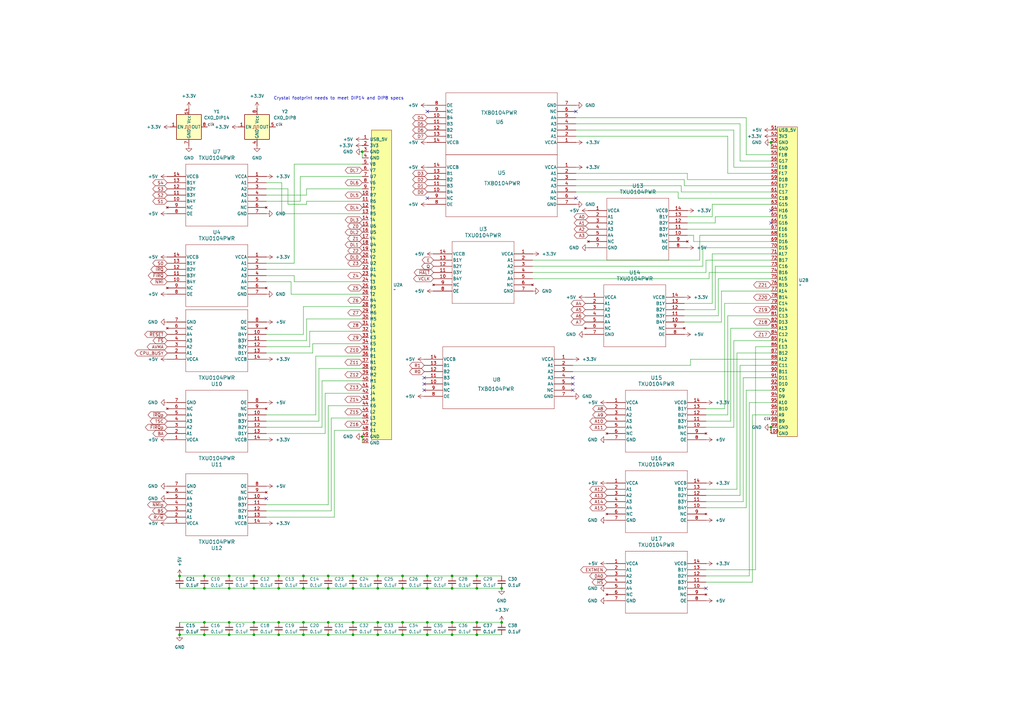
<source format=kicad_sch>
(kicad_sch (version 20231120) (generator "eeschema") (generator_version "8.0")
  (paper "A3")
  (junction (at 144.78 241.3))
  (junction (at 165.1 241.3))
  (junction (at 104.14 255.27))
  (junction (at 148.59 62.23))
  (junction (at 144.78 255.27))
  (junction (at 316.23 58.42))
  (junction (at 185.42 241.3))
  (junction (at 114.3 260.35))
  (junction (at 83.82 255.27))
  (junction (at 124.46 260.35))
  (junction (at 148.59 179.07))
  (junction (at 124.46 236.22))
  (junction (at 93.98 260.35))
  (junction (at 104.14 260.35))
  (junction (at 165.1 260.35))
  (junction (at 195.58 236.22))
  (junction (at 185.42 255.27))
  (junction (at 134.62 236.22))
  (junction (at 154.94 241.3))
  (junction (at 83.82 241.3))
  (junction (at 154.94 236.22))
  (junction (at 93.98 255.27))
  (junction (at 114.3 255.27))
  (junction (at 104.14 241.3))
  (junction (at 134.62 255.27))
  (junction (at 93.98 236.22))
  (junction (at 165.1 236.22))
  (junction (at 134.62 260.35))
  (junction (at 114.3 236.22))
  (junction (at 83.82 260.35))
  (junction (at 124.46 255.27))
  (junction (at 195.58 260.35))
  (junction (at 195.58 255.27))
  (junction (at 154.94 260.35))
  (junction (at 104.14 236.22))
  (junction (at 185.42 260.35))
  (junction (at 175.26 255.27))
  (junction (at 83.82 236.22))
  (junction (at 144.78 260.35))
  (junction (at 73.66 236.22))
  (junction (at 175.26 241.3))
  (junction (at 93.98 241.3))
  (junction (at 73.66 260.35))
  (junction (at 205.74 241.3))
  (junction (at 154.94 255.27))
  (junction (at 144.78 236.22))
  (junction (at 185.42 236.22))
  (junction (at 165.1 255.27))
  (junction (at 134.62 241.3))
  (junction (at 195.58 241.3))
  (junction (at 114.3 241.3))
  (junction (at 175.26 260.35))
  (junction (at 316.23 175.26))
  (junction (at 205.74 255.27))
  (junction (at 175.26 236.22))
  (junction (at 124.46 241.3))
  (no_connect (at 173.99 154.94))
  (no_connect (at 175.26 81.28))
  (no_connect (at 234.95 157.48))
  (no_connect (at 236.22 81.28))
  (no_connect (at -15.24 156.21))
  (no_connect (at 234.95 154.94))
  (no_connect (at -27.94 135.89))
  (no_connect (at -15.24 151.13))
  (no_connect (at -27.94 138.43))
  (no_connect (at 316.23 86.36))
  (no_connect (at -27.94 166.37))
  (no_connect (at -27.94 156.21))
  (no_connect (at 316.23 91.44))
  (no_connect (at -27.94 158.75))
  (no_connect (at 175.26 45.72))
  (no_connect (at -15.24 158.75))
  (no_connect (at 236.22 45.72))
  (no_connect (at 234.95 160.02))
  (no_connect (at 173.99 160.02))
  (no_connect (at 173.99 157.48))
  (no_connect (at -15.24 153.67))
  (no_connect (at -27.94 153.67))
  (no_connect (at -27.94 140.97))
  (no_connect (at -27.94 148.59))
  (no_connect (at 109.22 204.47))
  (no_connect (at 289.56 241.3))
  (wire (pts (xy 297.18 167.64) (xy 297.18 124.46)))
  (wire (pts (xy 289.56 236.22) (xy 307.34 236.22)))
  (wire (pts (xy 290.83 111.76) (xy 316.23 111.76)))
  (wire (pts (xy 73.66 241.3) (xy 83.82 241.3)))
  (wire (pts (xy 309.88 233.68) (xy 309.88 142.24)))
  (wire (pts (xy 218.44 111.76) (xy 289.56 111.76)))
  (wire (pts (xy 236.22 71.12) (xy 281.94 71.12)))
  (wire (pts (xy 308.61 238.76) (xy 308.61 170.18)))
  (wire (pts (xy 125.73 130.81) (xy 148.59 130.81)))
  (wire (pts (xy 298.45 129.54) (xy 316.23 129.54)))
  (wire (pts (xy 278.13 81.28) (xy 316.23 81.28)))
  (wire (pts (xy 293.37 127) (xy 293.37 109.22)))
  (wire (pts (xy 132.08 156.21) (xy 148.59 156.21)))
  (wire (pts (xy 93.98 255.27) (xy 104.14 255.27)))
  (wire (pts (xy 109.22 142.24) (xy 127 142.24)))
  (wire (pts (xy 302.26 200.66) (xy 302.26 144.78)))
  (wire (pts (xy 109.22 74.93) (xy 115.57 74.93)))
  (wire (pts (xy 289.56 172.72) (xy 299.72 172.72)))
  (wire (pts (xy 118.11 77.47) (xy 118.11 83.82)))
  (wire (pts (xy 83.82 255.27) (xy 93.98 255.27)))
  (wire (pts (xy 280.67 124.46) (xy 292.1 124.46)))
  (wire (pts (xy 299.72 134.62) (xy 316.23 134.62)))
  (wire (pts (xy 118.11 83.82) (xy 125.73 83.82)))
  (wire (pts (xy 144.78 260.35) (xy 154.94 260.35)))
  (wire (pts (xy 123.19 72.39) (xy 148.59 72.39)))
  (wire (pts (xy 128.27 144.78) (xy 128.27 140.97)))
  (wire (pts (xy 292.1 88.9) (xy 292.1 83.82)))
  (wire (pts (xy 124.46 137.16) (xy 124.46 125.73)))
  (wire (pts (xy 175.26 241.3) (xy 165.1 241.3)))
  (wire (pts (xy 306.07 48.26) (xy 306.07 63.5)))
  (wire (pts (xy 130.81 151.13) (xy 148.59 151.13)))
  (wire (pts (xy 309.88 142.24) (xy 316.23 142.24)))
  (wire (pts (xy 306.07 208.28) (xy 306.07 160.02)))
  (wire (pts (xy 303.53 50.8) (xy 236.22 50.8)))
  (wire (pts (xy 295.91 132.08) (xy 295.91 119.38)))
  (wire (pts (xy 280.67 127) (xy 293.37 127)))
  (wire (pts (xy 284.48 99.06) (xy 316.23 99.06)))
  (wire (pts (xy 298.45 55.88) (xy 298.45 71.12)))
  (wire (pts (xy 144.78 241.3) (xy 134.62 241.3)))
  (wire (pts (xy 185.42 260.35) (xy 195.58 260.35)))
  (wire (pts (xy 307.34 165.1) (xy 316.23 165.1)))
  (wire (pts (xy 316.23 175.26) (xy 316.23 177.8)))
  (wire (pts (xy 109.22 172.72) (xy 130.81 172.72)))
  (wire (pts (xy 185.42 236.22) (xy 195.58 236.22)))
  (wire (pts (xy 73.66 236.22) (xy 83.82 236.22)))
  (wire (pts (xy 134.62 207.01) (xy 134.62 166.37)))
  (wire (pts (xy 279.4 78.74) (xy 316.23 78.74)))
  (wire (pts (xy 125.73 80.01) (xy 125.73 77.47)))
  (wire (pts (xy 127 135.89) (xy 148.59 135.89)))
  (wire (pts (xy 293.37 88.9) (xy 316.23 88.9)))
  (wire (pts (xy 292.1 104.14) (xy 292.1 124.46)))
  (wire (pts (xy 303.53 66.04) (xy 316.23 66.04)))
  (wire (pts (xy 154.94 236.22) (xy 165.1 236.22)))
  (wire (pts (xy 165.1 255.27) (xy 154.94 255.27)))
  (wire (pts (xy 297.18 124.46) (xy 316.23 124.46)))
  (wire (pts (xy 73.66 260.35) (xy 83.82 260.35)))
  (wire (pts (xy 234.95 149.86) (xy 283.21 149.86)))
  (wire (pts (xy 293.37 91.44) (xy 293.37 88.9)))
  (wire (pts (xy 109.22 212.09) (xy 137.16 212.09)))
  (wire (pts (xy 119.38 115.57) (xy 119.38 120.65)))
  (wire (pts (xy 280.67 73.66) (xy 280.67 76.2)))
  (wire (pts (xy 294.64 129.54) (xy 294.64 114.3)))
  (wire (pts (xy 283.21 149.86) (xy 283.21 147.32)))
  (wire (pts (xy 134.62 260.35) (xy 144.78 260.35)))
  (wire (pts (xy 280.67 132.08) (xy 295.91 132.08)))
  (wire (pts (xy 289.56 208.28) (xy 306.07 208.28)))
  (wire (pts (xy 127 142.24) (xy 127 135.89)))
  (wire (pts (xy 114.3 260.35) (xy 124.46 260.35)))
  (wire (pts (xy 287.02 106.68) (xy 287.02 96.52)))
  (wire (pts (xy 236.22 73.66) (xy 280.67 73.66)))
  (wire (pts (xy 306.07 63.5) (xy 316.23 63.5)))
  (wire (pts (xy 93.98 260.35) (xy 104.14 260.35)))
  (wire (pts (xy 129.54 146.05) (xy 148.59 146.05)))
  (wire (pts (xy 195.58 255.27) (xy 185.42 255.27)))
  (wire (pts (xy 109.22 80.01) (xy 125.73 80.01)))
  (wire (pts (xy 133.35 161.29) (xy 148.59 161.29)))
  (wire (pts (xy 104.14 241.3) (xy 114.3 241.3)))
  (wire (pts (xy 288.29 109.22) (xy 288.29 101.6)))
  (wire (pts (xy 93.98 236.22) (xy 104.14 236.22)))
  (wire (pts (xy 109.22 144.78) (xy 128.27 144.78)))
  (wire (pts (xy 115.57 87.63) (xy 148.59 87.63)))
  (wire (pts (xy 129.54 170.18) (xy 129.54 146.05)))
  (wire (pts (xy 298.45 55.88) (xy 236.22 55.88)))
  (wire (pts (xy 303.53 203.2) (xy 303.53 149.86)))
  (wire (pts (xy 154.94 260.35) (xy 165.1 260.35)))
  (wire (pts (xy 109.22 207.01) (xy 134.62 207.01)))
  (wire (pts (xy 316.23 58.42) (xy 316.23 60.96)))
  (wire (pts (xy 104.14 255.27) (xy 114.3 255.27)))
  (wire (pts (xy 109.22 137.16) (xy 124.46 137.16)))
  (wire (pts (xy 289.56 111.76) (xy 289.56 106.68)))
  (wire (pts (xy 195.58 236.22) (xy 205.74 236.22)))
  (wire (pts (xy 109.22 115.57) (xy 119.38 115.57)))
  (wire (pts (xy 124.46 125.73) (xy 148.59 125.73)))
  (wire (pts (xy 165.1 241.3) (xy 154.94 241.3)))
  (wire (pts (xy 120.65 67.31) (xy 148.59 67.31)))
  (wire (pts (xy 148.59 179.07) (xy 148.59 181.61)))
  (wire (pts (xy 109.22 139.7) (xy 125.73 139.7)))
  (wire (pts (xy 287.02 96.52) (xy 316.23 96.52)))
  (wire (pts (xy 298.45 71.12) (xy 316.23 71.12)))
  (wire (pts (xy 144.78 236.22) (xy 154.94 236.22)))
  (wire (pts (xy 120.65 113.03) (xy 120.65 115.57)))
  (wire (pts (xy 175.26 255.27) (xy 165.1 255.27)))
  (wire (pts (xy 109.22 113.03) (xy 120.65 113.03)))
  (wire (pts (xy 135.89 171.45) (xy 148.59 171.45)))
  (wire (pts (xy 83.82 241.3) (xy 93.98 241.3)))
  (wire (pts (xy 281.94 91.44) (xy 293.37 91.44)))
  (wire (pts (xy 300.99 53.34) (xy 236.22 53.34)))
  (wire (pts (xy 281.94 96.52) (xy 284.48 96.52)))
  (wire (pts (xy 175.26 260.35) (xy 185.42 260.35)))
  (wire (pts (xy 205.74 255.27) (xy 195.58 255.27)))
  (wire (pts (xy 289.56 233.68) (xy 309.88 233.68)))
  (wire (pts (xy 124.46 255.27) (xy 114.3 255.27)))
  (wire (pts (xy 304.8 205.74) (xy 304.8 154.94)))
  (wire (pts (xy 124.46 236.22) (xy 134.62 236.22)))
  (wire (pts (xy 306.07 160.02) (xy 316.23 160.02)))
  (wire (pts (xy 236.22 78.74) (xy 278.13 78.74)))
  (wire (pts (xy 104.14 260.35) (xy 114.3 260.35)))
  (wire (pts (xy 109.22 107.95) (xy 120.65 107.95)))
  (wire (pts (xy 154.94 241.3) (xy 144.78 241.3)))
  (wire (pts (xy 125.73 83.82) (xy 125.73 82.55)))
  (wire (pts (xy 234.95 152.4) (xy 316.23 152.4)))
  (wire (pts (xy 134.62 166.37) (xy 148.59 166.37)))
  (wire (pts (xy 115.57 74.93) (xy 115.57 87.63)))
  (wire (pts (xy 281.94 73.66) (xy 316.23 73.66)))
  (wire (pts (xy 109.22 82.55) (xy 123.19 82.55)))
  (wire (pts (xy 144.78 255.27) (xy 134.62 255.27)))
  (wire (pts (xy 218.44 109.22) (xy 288.29 109.22)))
  (wire (pts (xy 148.59 62.23) (xy 148.59 64.77)))
  (wire (pts (xy 293.37 109.22) (xy 316.23 109.22)))
  (wire (pts (xy 304.8 154.94) (xy 316.23 154.94)))
  (wire (pts (xy 295.91 119.38) (xy 316.23 119.38)))
  (wire (pts (xy 289.56 170.18) (xy 298.45 170.18)))
  (wire (pts (xy 280.67 76.2) (xy 316.23 76.2)))
  (wire (pts (xy 185.42 241.3) (xy 175.26 241.3)))
  (wire (pts (xy 154.94 255.27) (xy 144.78 255.27)))
  (wire (pts (xy 289.56 106.68) (xy 316.23 106.68)))
  (wire (pts (xy 289.56 203.2) (xy 303.53 203.2)))
  (wire (pts (xy 306.07 48.26) (xy 236.22 48.26)))
  (wire (pts (xy 135.89 209.55) (xy 135.89 171.45)))
  (wire (pts (xy 300.99 139.7) (xy 316.23 139.7)))
  (wire (pts (xy 123.19 82.55) (xy 123.19 72.39)))
  (wire (pts (xy 308.61 170.18) (xy 316.23 170.18)))
  (wire (pts (xy 307.34 236.22) (xy 307.34 165.1)))
  (wire (pts (xy 300.99 68.58) (xy 316.23 68.58)))
  (wire (pts (xy 185.42 255.27) (xy 175.26 255.27)))
  (wire (pts (xy 289.56 205.74) (xy 304.8 205.74)))
  (wire (pts (xy 289.56 200.66) (xy 302.26 200.66)))
  (wire (pts (xy 83.82 260.35) (xy 93.98 260.35)))
  (wire (pts (xy 290.83 114.3) (xy 290.83 111.76)))
  (wire (pts (xy 134.62 236.22) (xy 144.78 236.22)))
  (wire (pts (xy 292.1 104.14) (xy 316.23 104.14)))
  (wire (pts (xy 128.27 140.97) (xy 148.59 140.97)))
  (wire (pts (xy 302.26 144.78) (xy 316.23 144.78)))
  (wire (pts (xy 134.62 255.27) (xy 124.46 255.27)))
  (wire (pts (xy 109.22 209.55) (xy 135.89 209.55)))
  (wire (pts (xy 133.35 177.8) (xy 133.35 161.29)))
  (wire (pts (xy 109.22 77.47) (xy 118.11 77.47)))
  (wire (pts (xy 125.73 139.7) (xy 125.73 130.81)))
  (wire (pts (xy 218.44 114.3) (xy 290.83 114.3)))
  (wire (pts (xy 109.22 170.18) (xy 129.54 170.18)))
  (wire (pts (xy 281.94 88.9) (xy 292.1 88.9)))
  (wire (pts (xy 236.22 76.2) (xy 279.4 76.2)))
  (wire (pts (xy 109.22 177.8) (xy 133.35 177.8)))
  (wire (pts (xy 114.3 241.3) (xy 124.46 241.3)))
  (wire (pts (xy 278.13 78.74) (xy 278.13 81.28)))
  (wire (pts (xy 294.64 114.3) (xy 316.23 114.3)))
  (wire (pts (xy 109.22 175.26) (xy 132.08 175.26)))
  (wire (pts (xy 73.66 255.27) (xy 83.82 255.27)))
  (wire (pts (xy 300.99 175.26) (xy 300.99 139.7)))
  (wire (pts (xy 299.72 172.72) (xy 299.72 134.62)))
  (wire (pts (xy 195.58 241.3) (xy 185.42 241.3)))
  (wire (pts (xy 281.94 93.98) (xy 316.23 93.98)))
  (wire (pts (xy 175.26 236.22) (xy 185.42 236.22)))
  (wire (pts (xy 289.56 167.64) (xy 297.18 167.64)))
  (wire (pts (xy 298.45 170.18) (xy 298.45 129.54)))
  (wire (pts (xy 289.56 238.76) (xy 308.61 238.76)))
  (wire (pts (xy 281.94 71.12) (xy 281.94 73.66)))
  (wire (pts (xy 300.99 53.34) (xy 300.99 68.58)))
  (wire (pts (xy 289.56 175.26) (xy 300.99 175.26)))
  (wire (pts (xy 283.21 147.32) (xy 316.23 147.32)))
  (wire (pts (xy 137.16 212.09) (xy 137.16 176.53)))
  (wire (pts (xy 195.58 260.35) (xy 205.74 260.35)))
  (wire (pts (xy 292.1 83.82) (xy 316.23 83.82)))
  (wire (pts (xy 119.38 120.65) (xy 148.59 120.65)))
  (wire (pts (xy 288.29 101.6) (xy 316.23 101.6)))
  (wire (pts (xy 109.22 110.49) (xy 148.59 110.49)))
  (wire (pts (xy 137.16 176.53) (xy 148.59 176.53)))
  (wire (pts (xy 205.74 241.3) (xy 195.58 241.3)))
  (wire (pts (xy 303.53 50.8) (xy 303.53 66.04)))
  (wire (pts (xy 279.4 78.74) (xy 279.4 76.2)))
  (wire (pts (xy 130.81 172.72) (xy 130.81 151.13)))
  (wire (pts (xy 124.46 260.35) (xy 134.62 260.35)))
  (wire (pts (xy 218.44 106.68) (xy 287.02 106.68)))
  (wire (pts (xy 120.65 107.95) (xy 120.65 67.31)))
  (wire (pts (xy 165.1 260.35) (xy 175.26 260.35)))
  (wire (pts (xy 83.82 236.22) (xy 93.98 236.22)))
  (wire (pts (xy 120.65 115.57) (xy 148.59 115.57)))
  (wire (pts (xy 165.1 236.22) (xy 175.26 236.22)))
  (wire (pts (xy 114.3 236.22) (xy 124.46 236.22)))
  (wire (pts (xy 93.98 241.3) (xy 104.14 241.3)))
  (wire (pts (xy 284.48 96.52) (xy 284.48 99.06)))
  (wire (pts (xy 134.62 241.3) (xy 124.46 241.3)))
  (wire (pts (xy 132.08 156.21) (xy 132.08 175.26)))
  (wire (pts (xy 125.73 77.47) (xy 148.59 77.47)))
  (wire (pts (xy 125.73 82.55) (xy 148.59 82.55)))
  (wire (pts (xy 280.67 129.54) (xy 294.64 129.54)))
  (wire (pts (xy 104.14 236.22) (xy 114.3 236.22)))
  (wire (pts (xy 303.53 149.86) (xy 316.23 149.86)))
  (text "Crystal footprint needs to meet DIP14 and DIP8 specs" (at 138.938 40.386 0) (effects (font (size 1.27 1.27))))
  (label "clk" (at 316.23 172.72 180))
  (label "clk" (at 85.09 52.07 0))
  (label "clk" (at 113.03 52.07 0))
  (global_label "S4" (shape bidirectional) (at 68.58 74.93 180) (property "Intersheetrefs" "${INTERSHEET_REFS}" (effects (hide yes))))
  (global_label "BA" (shape bidirectional) (at 68.58 177.8 180) (property "Intersheetrefs" "${INTERSHEET_REFS}" (effects (hide yes))))
  (global_label "S0" (shape bidirectional) (at 68.58 107.95 180) (property "Intersheetrefs" "${INTERSHEET_REFS}" (effects (hide yes))))
  (global_label "P2" (shape bidirectional) (at -27.94 158.75 180) (property "Intersheetrefs" "${INTERSHEET_REFS}" (effects (hide yes))))
  (global_label "Q" (shape bidirectional) (at 177.8 109.22 180) (property "Intersheetrefs" "${INTERSHEET_REFS}" (effects (hide yes))))
  (global_label "Z15" (shape bidirectional) (at 148.59 168.91 180) (property "Intersheetrefs" "${INTERSHEET_REFS}" (effects (hide yes))))
  (global_label "A13" (shape bidirectional) (at 248.92 203.2 180) (property "Intersheetrefs" "${INTERSHEET_REFS}" (effects (hide yes))))
  (global_label "CPU_BUSY" (shape bidirectional) (at 68.58 144.78 180) (property "Intersheetrefs" "${INTERSHEET_REFS}" (effects (hide yes))))
  (global_label "S2" (shape bidirectional) (at 68.58 80.01 180) (property "Intersheetrefs" "${INTERSHEET_REFS}" (effects (hide yes))))
  (global_label "~{RESET}" (shape bidirectional) (at 68.58 137.16 180) (property "Intersheetrefs" "${INTERSHEET_REFS}" (effects (hide yes))))
  (global_label "TSC" (shape bidirectional) (at 68.58 172.72 180) (property "Intersheetrefs" "${INTERSHEET_REFS}" (effects (hide yes))))
  (global_label "A9" (shape bidirectional) (at 248.92 170.18 180) (property "Intersheetrefs" "${INTERSHEET_REFS}" (effects (hide yes))))
  (global_label "Z2" (shape bidirectional) (at 148.59 102.87 180) (property "Intersheetrefs" "${INTERSHEET_REFS}" (effects (hide yes))))
  (global_label "Z21" (shape bidirectional) (at 316.23 116.84 180) (property "Intersheetrefs" "${INTERSHEET_REFS}" (effects (hide yes))))
  (global_label "Z12" (shape bidirectional) (at 148.59 153.67 180) (property "Intersheetrefs" "${INTERSHEET_REFS}" (effects (hide yes))))
  (global_label "DL1" (shape bidirectional) (at 148.59 100.33 180) (property "Intersheetrefs" "${INTERSHEET_REFS}" (effects (hide yes))))
  (global_label "DA0" (shape bidirectional) (at 248.92 236.22 180) (property "Intersheetrefs" "${INTERSHEET_REFS}" (effects (hide yes))))
  (global_label "DL5" (shape bidirectional) (at 148.59 80.01 180) (property "Intersheetrefs" "${INTERSHEET_REFS}" (effects (hide yes))))
  (global_label "AUDIO_L" (shape bidirectional) (at -27.94 135.89 180) (property "Intersheetrefs" "${INTERSHEET_REFS}" (effects (hide yes))))
  (global_label "EAR" (shape bidirectional) (at -15.24 153.67 0) (property "Intersheetrefs" "${INTERSHEET_REFS}" (effects (hide yes))))
  (global_label "VCLK" (shape bidirectional) (at 177.8 114.3 180) (property "Intersheetrefs" "${INTERSHEET_REFS}" (effects (hide yes))))
  (global_label "MIC" (shape bidirectional) (at -15.24 156.21 0) (property "Intersheetrefs" "${INTERSHEET_REFS}" (effects (hide yes))))
  (global_label "Z17" (shape bidirectional) (at 316.23 137.16 180) (property "Intersheetrefs" "${INTERSHEET_REFS}" (effects (hide yes))))
  (global_label "S3" (shape bidirectional) (at 68.58 77.47 180) (property "Intersheetrefs" "${INTERSHEET_REFS}" (effects (hide yes))))
  (global_label "A0" (shape bidirectional) (at 241.3 88.9 180) (property "Intersheetrefs" "${INTERSHEET_REFS}" (effects (hide yes))))
  (global_label "D5" (shape bidirectional) (at 175.26 50.8 180) (property "Intersheetrefs" "${INTERSHEET_REFS}" (effects (hide yes))))
  (global_label "~{HS}" (shape bidirectional) (at 248.92 238.76 180) (property "Intersheetrefs" "${INTERSHEET_REFS}" (effects (hide yes))))
  (global_label "A1" (shape bidirectional) (at 241.3 91.44 180) (property "Intersheetrefs" "${INTERSHEET_REFS}" (effects (hide yes))))
  (global_label "ESND" (shape bidirectional) (at -15.24 151.13 0) (property "Intersheetrefs" "${INTERSHEET_REFS}" (effects (hide yes))))
  (global_label "D1" (shape bidirectional) (at 175.26 76.2 180) (property "Intersheetrefs" "${INTERSHEET_REFS}" (effects (hide yes))))
  (global_label "Z6" (shape bidirectional) (at 148.59 123.19 180) (property "Intersheetrefs" "${INTERSHEET_REFS}" (effects (hide yes))))
  (global_label "R2" (shape bidirectional) (at -27.94 166.37 180) (property "Intersheetrefs" "${INTERSHEET_REFS}" (effects (hide yes))))
  (global_label "D2" (shape bidirectional) (at 175.26 73.66 180) (property "Intersheetrefs" "${INTERSHEET_REFS}" (effects (hide yes))))
  (global_label "BS" (shape bidirectional) (at 68.58 209.55 180) (property "Intersheetrefs" "${INTERSHEET_REFS}" (effects (hide yes))))
  (global_label "A11" (shape bidirectional) (at 248.92 175.26 180) (property "Intersheetrefs" "${INTERSHEET_REFS}" (effects (hide yes))))
  (global_label "E" (shape bidirectional) (at 177.8 106.68 180) (property "Intersheetrefs" "${INTERSHEET_REFS}" (effects (hide yes))))
  (global_label "Z10" (shape bidirectional) (at 148.59 143.51 180) (property "Intersheetrefs" "${INTERSHEET_REFS}" (effects (hide yes))))
  (global_label "D6" (shape bidirectional) (at 175.26 53.34 180) (property "Intersheetrefs" "${INTERSHEET_REFS}" (effects (hide yes))))
  (global_label "Z13" (shape bidirectional) (at 148.59 158.75 180) (property "Intersheetrefs" "${INTERSHEET_REFS}" (effects (hide yes))))
  (global_label "DL7" (shape bidirectional) (at 148.59 69.85 180) (property "Intersheetrefs" "${INTERSHEET_REFS}" (effects (hide yes))))
  (global_label "Z1" (shape bidirectional) (at 148.59 97.79 180) (property "Intersheetrefs" "${INTERSHEET_REFS}" (effects (hide yes))))
  (global_label "A14" (shape bidirectional) (at 248.92 205.74 180) (property "Intersheetrefs" "${INTERSHEET_REFS}" (effects (hide yes))))
  (global_label "~{FIRQ}" (shape bidirectional) (at 68.58 113.03 180) (property "Intersheetrefs" "${INTERSHEET_REFS}" (effects (hide yes))))
  (global_label "D7" (shape bidirectional) (at 175.26 55.88 180) (property "Intersheetrefs" "${INTERSHEET_REFS}" (effects (hide yes))))
  (global_label "D0" (shape bidirectional) (at 175.26 78.74 180) (property "Intersheetrefs" "${INTERSHEET_REFS}" (effects (hide yes))))
  (global_label "Z9" (shape bidirectional) (at 148.59 138.43 180) (property "Intersheetrefs" "${INTERSHEET_REFS}" (effects (hide yes))))
  (global_label "DL0" (shape bidirectional) (at 148.59 105.41 180) (property "Intersheetrefs" "${INTERSHEET_REFS}" (effects (hide yes))))
  (global_label "A10" (shape bidirectional) (at 248.92 172.72 180) (property "Intersheetrefs" "${INTERSHEET_REFS}" (effects (hide yes))))
  (global_label "P0" (shape bidirectional) (at -27.94 153.67 180) (property "Intersheetrefs" "${INTERSHEET_REFS}" (effects (hide yes))))
  (global_label "A3" (shape bidirectional) (at 241.3 96.52 180) (property "Intersheetrefs" "${INTERSHEET_REFS}" (effects (hide yes))))
  (global_label "Z3" (shape bidirectional) (at 148.59 107.95 180) (property "Intersheetrefs" "${INTERSHEET_REFS}" (effects (hide yes))))
  (global_label "D4" (shape bidirectional) (at 175.26 48.26 180) (property "Intersheetrefs" "${INTERSHEET_REFS}" (effects (hide yes))))
  (global_label "S1" (shape bidirectional) (at 68.58 82.55 180) (property "Intersheetrefs" "${INTERSHEET_REFS}" (effects (hide yes))))
  (global_label "AUDIO_M" (shape bidirectional) (at -27.94 138.43 180) (property "Intersheetrefs" "${INTERSHEET_REFS}" (effects (hide yes))))
  (global_label "A7" (shape bidirectional) (at 240.03 132.08 180) (property "Intersheetrefs" "${INTERSHEET_REFS}" (effects (hide yes))))
  (global_label "A8" (shape bidirectional) (at 248.92 167.64 180) (property "Intersheetrefs" "${INTERSHEET_REFS}" (effects (hide yes))))
  (global_label "A5" (shape bidirectional) (at 240.03 127 180) (property "Intersheetrefs" "${INTERSHEET_REFS}" (effects (hide yes))))
  (global_label "A4" (shape bidirectional) (at 240.03 124.46 180) (property "Intersheetrefs" "${INTERSHEET_REFS}" (effects (hide yes))))
  (global_label "~{HALT}" (shape bidirectional) (at 177.8 111.76 180) (property "Intersheetrefs" "${INTERSHEET_REFS}" (effects (hide yes))))
  (global_label "Z18" (shape bidirectional) (at 316.23 132.08 180) (property "Intersheetrefs" "${INTERSHEET_REFS}" (effects (hide yes))))
  (global_label "Z11" (shape bidirectional) (at 148.59 148.59 180) (property "Intersheetrefs" "${INTERSHEET_REFS}" (effects (hide yes))))
  (global_label "A6" (shape bidirectional) (at 240.03 129.54 180) (property "Intersheetrefs" "${INTERSHEET_REFS}" (effects (hide yes))))
  (global_label "~{IRQ}" (shape bidirectional) (at 68.58 110.49 180) (property "Intersheetrefs" "${INTERSHEET_REFS}" (effects (hide yes))))
  (global_label "DL4" (shape bidirectional) (at 148.59 85.09 180) (property "Intersheetrefs" "${INTERSHEET_REFS}" (effects (hide yes))))
  (global_label "R{slash}~{W}" (shape bidirectional) (at 68.58 212.09 180) (property "Intersheetrefs" "${INTERSHEET_REFS}" (effects (hide yes))))
  (global_label "AVMA" (shape bidirectional) (at 68.58 142.24 180) (property "Intersheetrefs" "${INTERSHEET_REFS}" (effects (hide yes))))
  (global_label "Z14" (shape bidirectional) (at 148.59 163.83 180) (property "Intersheetrefs" "${INTERSHEET_REFS}" (effects (hide yes))))
  (global_label "A2" (shape bidirectional) (at 241.3 93.98 180) (property "Intersheetrefs" "${INTERSHEET_REFS}" (effects (hide yes))))
  (global_label "~{NMI}p" (shape bidirectional) (at 68.58 207.01 180) (property "Intersheetrefs" "${INTERSHEET_REFS}" (effects (hide yes))))
  (global_label "R1" (shape bidirectional) (at 173.99 149.86 180) (property "Intersheetrefs" "${INTERSHEET_REFS}" (effects (hide yes))))
  (global_label "MOTOR" (shape bidirectional) (at -15.24 158.75 0) (property "Intersheetrefs" "${INTERSHEET_REFS}" (effects (hide yes))))
  (global_label "EXTMEN" (shape bidirectional) (at 248.92 233.68 180) (property "Intersheetrefs" "${INTERSHEET_REFS}" (effects (hide yes))))
  (global_label "A15" (shape bidirectional) (at 248.92 208.28 180) (property "Intersheetrefs" "${INTERSHEET_REFS}" (effects (hide yes))))
  (global_label "D3" (shape bidirectional) (at 175.26 71.12 180) (property "Intersheetrefs" "${INTERSHEET_REFS}" (effects (hide yes))))
  (global_label "Z8" (shape bidirectional) (at 148.59 133.35 180) (property "Intersheetrefs" "${INTERSHEET_REFS}" (effects (hide yes))))
  (global_label "R0" (shape bidirectional) (at 173.99 152.4 180) (property "Intersheetrefs" "${INTERSHEET_REFS}" (effects (hide yes))))
  (global_label "Z4" (shape bidirectional) (at 148.59 113.03 180) (property "Intersheetrefs" "${INTERSHEET_REFS}" (effects (hide yes))))
  (global_label "AUDIO_R" (shape bidirectional) (at -27.94 140.97 180) (property "Intersheetrefs" "${INTERSHEET_REFS}" (effects (hide yes))))
  (global_label "Z7" (shape bidirectional) (at 148.59 128.27 180) (property "Intersheetrefs" "${INTERSHEET_REFS}" (effects (hide yes))))
  (global_label "~{NMI}" (shape bidirectional) (at 68.58 115.57 180) (property "Intersheetrefs" "${INTERSHEET_REFS}" (effects (hide yes))))
  (global_label "~{FS}" (shape bidirectional) (at 68.58 139.7 180) (property "Intersheetrefs" "${INTERSHEET_REFS}" (effects (hide yes))))
  (global_label "DL3" (shape bidirectional) (at 148.59 90.17 180) (property "Intersheetrefs" "${INTERSHEET_REFS}" (effects (hide yes))))
  (global_label "DL6" (shape bidirectional) (at 148.59 74.93 180) (property "Intersheetrefs" "${INTERSHEET_REFS}" (effects (hide yes))))
  (global_label "CART" (shape bidirectional) (at -27.94 148.59 180) (property "Intersheetrefs" "${INTERSHEET_REFS}" (effects (hide yes))))
  (global_label "Z5" (shape bidirectional) (at 148.59 118.11 180) (property "Intersheetrefs" "${INTERSHEET_REFS}" (effects (hide yes))))
  (global_label "Z20" (shape bidirectional) (at 316.23 121.92 180) (property "Intersheetrefs" "${INTERSHEET_REFS}" (effects (hide yes))))
  (global_label "P1" (shape bidirectional) (at -27.94 156.21 180) (property "Intersheetrefs" "${INTERSHEET_REFS}" (effects (hide yes))))
  (global_label "~{IRQ}p" (shape bidirectional) (at 68.58 170.18 180) (property "Intersheetrefs" "${INTERSHEET_REFS}" (effects (hide yes))))
  (global_label "Z0" (shape bidirectional) (at 148.59 92.71 180) (property "Intersheetrefs" "${INTERSHEET_REFS}" (effects (hide yes))))
  (global_label "Z19" (shape bidirectional) (at 316.23 127 180) (property "Intersheetrefs" "${INTERSHEET_REFS}" (effects (hide yes))))
  (global_label "A12" (shape bidirectional) (at 248.92 200.66 180) (property "Intersheetrefs" "${INTERSHEET_REFS}" (effects (hide yes))))
  (global_label "Z16" (shape bidirectional) (at 148.59 173.99 180) (property "Intersheetrefs" "${INTERSHEET_REFS}" (effects (hide yes))))
  (global_label "~{FIRQ}p" (shape bidirectional) (at 68.58 175.26 180) (property "Intersheetrefs" "${INTERSHEET_REFS}" (effects (hide yes))))
  (global_label "DL2" (shape bidirectional) (at 148.59 95.25 180) (property "Intersheetrefs" "${INTERSHEET_REFS}" (effects (hide yes))))
  (symbol (lib_id "Device:C_Small") (at 144.78 257.81 0) (unit 1)
    (property "Reference" "C32" (at 147.32 256.5462 0) (effects (justify left)))
    (property "Value" "0.1uF" (at 147.32 259.0862 0) (effects (justify left)))
    (property "Footprint" "Capacitor_SMD:C_0603_1608Metric" (effects (hide yes)))
    (property "Description" "Unpolarized capacitor, small symbol" (effects (hide yes)))
  )
  (symbol (lib_id "power:+3.3V") (at 289.56 231.14 270) (mirror x) (unit 1)
    (property "Reference" "#PWR0149" (effects (hide yes)))
    (property "Value" "+3.3V" (at 293.37 231.1399 90) (effects (justify left)))
    (property "Description" "Power symbol creates a global label with name \"+3.3V\"" (effects (hide yes)))
  )
  (symbol (lib_id "Library:TXU0104PWR") (at 68.58 180.34 0) (mirror x) (unit 1)
    (property "Reference" "U11" (at 88.9 190.5 0) (effects (font (size 1.524 1.524))))
    (property "Value" "TXU0104PWR" (at 88.9 187.96 0) (effects (font (size 1.524 1.524))))
    (property "Footprint" "Library:TSSOP_0104PWR" (effects (hide yes)))
    (property "Datasheet" "TXU0104PWR" (effects (hide yes)))
  )
  (symbol (lib_id "power:+5V") (at 173.99 147.32 90) (mirror x) (unit 1)
    (property "Reference" "#PWR0106" (effects (hide yes)))
    (property "Value" "+5V" (at 170.18 147.3201 90) (effects (justify left)))
    (property "Description" "Power symbol creates a global label with name \"+5V\"" (effects (hide yes)))
  )
  (symbol (lib_id "Device:C_Small") (at 134.62 257.81 0) (unit 1)
    (property "Reference" "C31" (at 137.16 256.5462 0) (effects (justify left)))
    (property "Value" "0.1uF" (at 137.16 259.0862 0) (effects (justify left)))
    (property "Footprint" "Capacitor_SMD:C_0603_1608Metric" (effects (hide yes)))
    (property "Description" "Unpolarized capacitor, small symbol" (effects (hide yes)))
  )
  (symbol (lib_id "power:+5V") (at 109.22 132.08 270) (mirror x) (unit 1)
    (property "Reference" "#PWR0119" (effects (hide yes)))
    (property "Value" "+5V" (at 113.03 132.0799 90) (effects (justify left)))
    (property "Description" "Power symbol creates a global label with name \"+5V\"" (effects (hide yes)))
  )
  (symbol (lib_id "Device:C_Small") (at 195.58 257.81 0) (unit 1)
    (property "Reference" "C37" (at 198.12 256.5462 0) (effects (justify left)))
    (property "Value" "0.1uF" (at 198.12 259.0862 0) (effects (justify left)))
    (property "Footprint" "Capacitor_SMD:C_0603_1608Metric" (effects (hide yes)))
    (property "Description" "Unpolarized capacitor, small symbol" (effects (hide yes)))
  )
  (symbol (lib_id "power:+3.3V") (at 109.22 72.39 270) (mirror x) (unit 1)
    (property "Reference" "#PWR098" (effects (hide yes)))
    (property "Value" "+3.3V" (at 113.03 72.3899 90) (effects (justify left)))
    (property "Description" "Power symbol creates a global label with name \"+3.3V\"" (effects (hide yes)))
  )
  (symbol (lib_id "Device:C_Small") (at 175.26 257.81 0) (unit 1)
    (property "Reference" "C35" (at 177.8 256.5462 0) (effects (justify left)))
    (property "Value" "0.1uF" (at 177.8 259.0862 0) (effects (justify left)))
    (property "Footprint" "Capacitor_SMD:C_0603_1608Metric" (effects (hide yes)))
    (property "Description" "Unpolarized capacitor, small symbol" (effects (hide yes)))
  )
  (symbol (lib_id "Device:C_Small") (at 205.74 238.76 0) (unit 1)
    (property "Reference" "C30" (at 208.28 237.4962 0) (effects (justify left)))
    (property "Value" "0.1uF" (at 208.28 240.0362 0) (effects (justify left)))
    (property "Footprint" "Capacitor_SMD:C_0603_1608Metric" (effects (hide yes)))
    (property "Description" "Unpolarized capacitor, small symbol" (effects (hide yes)))
  )
  (symbol (lib_id "Library:TXU0104PWR") (at 109.22 72.39 0) (mirror y) (unit 1)
    (property "Reference" "U7" (at 88.9 62.23 0) (effects (font (size 1.524 1.524))))
    (property "Value" "TXU0104PWR" (at 88.9 64.77 0) (effects (font (size 1.524 1.524))))
    (property "Footprint" "Library:TSSOP_0104PWR" (effects (hide yes)))
    (property "Datasheet" "TXU0104PWR" (effects (hide yes)))
  )
  (symbol (lib_id "Library:TXU0104PWR") (at 218.44 104.14 0) (mirror y) (unit 1)
    (property "Reference" "U3" (at 198.12 93.98 0) (effects (font (size 1.524 1.524))))
    (property "Value" "TXU0104PWR" (at 198.12 96.52 0) (effects (font (size 1.524 1.524))))
    (property "Footprint" "Library:TSSOP_0104PWR" (effects (hide yes)))
    (property "Datasheet" "TXU0104PWR" (effects (hide yes)))
  )
  (symbol (lib_id "power:GND") (at 73.66 260.35 0) (unit 1)
    (property "Reference" "#PWR0130" (effects (hide yes)))
    (property "Value" "GND" (at 73.66 265.43 0))
    (property "Description" "Power symbol creates a global label with name \"GND\" , ground" (effects (hide yes)))
  )
  (symbol (lib_id "power:+3.3V") (at 205.74 255.27 0) (unit 1)
    (property "Reference" "#PWR0104" (effects (hide yes)))
    (property "Value" "+3.3V" (at 205.74 250.19 0))
    (property "Description" "Power symbol creates a global label with name \"+3.3V\"" (effects (hide yes)))
  )
  (symbol (lib_id "power:GND") (at 240.03 137.16 270) (mirror x) (unit 1)
    (property "Reference" "#PWR0136" (effects (hide yes)))
    (property "Value" "GND" (at 236.22 137.1599 90) (effects (justify right)))
    (property "Description" "Power symbol creates a global label with name \"GND\" , ground" (effects (hide yes)))
  )
  (symbol (lib_id "Device:C_Small") (at 73.66 238.76 0) (unit 1)
    (property "Reference" "C21" (at 76.2 237.4962 0) (effects (justify left)))
    (property "Value" "0.1uF" (at 76.2 240.0362 0) (effects (justify left)))
    (property "Footprint" "Capacitor_SMD:C_0603_1608Metric" (effects (hide yes)))
    (property "Description" "Unpolarized capacitor, small symbol" (effects (hide yes)))
  )
  (symbol (lib_id "Device:C_Small") (at 124.46 257.81 0) (unit 1)
    (property "Reference" "C20" (at 127 256.5462 0) (effects (justify left)))
    (property "Value" "0.1uF" (at 127 259.0862 0) (effects (justify left)))
    (property "Footprint" "Capacitor_SMD:C_0603_1608Metric" (effects (hide yes)))
    (property "Description" "Unpolarized capacitor, small symbol" (effects (hide yes)))
  )
  (symbol (lib_id "Device:C_Small") (at 154.94 238.76 0) (unit 1)
    (property "Reference" "C25" (at 157.48 237.4962 0) (effects (justify left)))
    (property "Value" "0.1uF" (at 157.48 240.0362 0) (effects (justify left)))
    (property "Footprint" "Capacitor_SMD:C_0603_1608Metric" (effects (hide yes)))
    (property "Description" "Unpolarized capacitor, small symbol" (effects (hide yes)))
  )
  (symbol (lib_id "power:+5V") (at 248.92 165.1 90) (unit 1)
    (property "Reference" "#PWR0139" (effects (hide yes)))
    (property "Value" "+5V" (at 245.11 165.0999 90) (effects (justify left)))
    (property "Description" "Power symbol creates a global label with name \"+5V\"" (effects (hide yes)))
  )
  (symbol (lib_id "power:+5V") (at 68.58 180.34 90) (unit 1)
    (property "Reference" "#PWR0121" (effects (hide yes)))
    (property "Value" "+5V" (at 64.77 180.3399 90) (effects (justify left)))
    (property "Description" "Power symbol creates a global label with name \"+5V\"" (effects (hide yes)))
  )
  (symbol (lib_id "power:GND") (at 148.59 179.07 270) (unit 1)
    (property "Reference" "#PWR080" (effects (hide yes)))
    (property "Value" "GND" (at 144.78 179.0699 90) (effects (justify right)))
    (property "Description" "Power symbol creates a global label with name \"GND\" , ground" (effects (hide yes)))
  )
  (symbol (lib_id "power:+5V") (at 73.66 236.22 0) (unit 1)
    (property "Reference" "#PWR0102" (effects (hide yes)))
    (property "Value" "+5V" (at 73.6601 232.41 90) (effects (justify left)))
    (property "Description" "Power symbol creates a global label with name \"+5V\"" (effects (hide yes)))
  )
  (symbol (lib_id "power:+5V") (at 177.8 119.38 90) (unit 1)
    (property "Reference" "#PWR084" (effects (hide yes)))
    (property "Value" "+5V" (at 173.99 119.3799 90) (effects (justify left)))
    (property "Description" "Power symbol creates a global label with name \"+5V\"" (effects (hide yes)))
  )
  (symbol (lib_id "power:+5V") (at 175.26 58.42 90) (mirror x) (unit 1)
    (property "Reference" "#PWR096" (effects (hide yes)))
    (property "Value" "+5V" (at 171.45 58.4201 90) (effects (justify left)))
    (property "Description" "Power symbol creates a global label with name \"+5V\"" (effects (hide yes)))
  )
  (symbol (lib_id "Device:C_Small") (at 114.3 257.81 0) (unit 1)
    (property "Reference" "C19" (at 116.84 256.5462 0) (effects (justify left)))
    (property "Value" "0.1uF" (at 116.84 259.0862 0) (effects (justify left)))
    (property "Footprint" "Capacitor_SMD:C_0603_1608Metric" (effects (hide yes)))
    (property "Description" "Unpolarized capacitor, small symbol" (effects (hide yes)))
  )
  (symbol (lib_id "Device:C_Small") (at 83.82 238.76 0) (unit 1)
    (property "Reference" "C10" (at 86.36 237.4962 0) (effects (justify left)))
    (property "Value" "0.1uF" (at 86.36 240.0362 0) (effects (justify left)))
    (property "Footprint" "Capacitor_SMD:C_0603_1608Metric" (effects (hide yes)))
    (property "Description" "Unpolarized capacitor, small symbol" (effects (hide yes)))
  )
  (symbol (lib_id "power:+5V") (at 68.58 120.65 90) (unit 1)
    (property "Reference" "#PWR089" (effects (hide yes)))
    (property "Value" "+5V" (at 64.77 120.6499 90) (effects (justify left)))
    (property "Description" "Power symbol creates a global label with name \"+5V\"" (effects (hide yes)))
  )
  (symbol (lib_id "Device:C_Small") (at 134.62 238.76 0) (unit 1)
    (property "Reference" "C23" (at 137.16 237.4962 0) (effects (justify left)))
    (property "Value" "0.1uF" (at 137.16 240.0362 0) (effects (justify left)))
    (property "Footprint" "Capacitor_SMD:C_0603_1608Metric" (effects (hide yes)))
    (property "Description" "Unpolarized capacitor, small symbol" (effects (hide yes)))
  )
  (symbol (lib_id "power:GND") (at 316.23 175.26 270) (unit 1)
    (property "Reference" "#PWR081" (effects (hide yes)))
    (property "Value" "GND" (at 312.42 175.2599 90) (effects (justify right)))
    (property "Description" "Power symbol creates a global label with name \"GND\" , ground" (effects (hide yes)))
  )
  (symbol (lib_id "Oscillator:CXO_DIP8") (at 105.41 52.07 0) (unit 1)
    (property "Reference" "Y2" (at 116.84 45.7514 0))
    (property "Value" "CXO_DIP8" (at 116.84 48.2914 0))
    (property "Footprint" "Oscillator:Oscillator_DIP-8" (effects (hide yes)))
    (property "Datasheet" "http://cdn-reichelt.de/documents/datenblatt/B400/OSZI.pdf" (effects (hide yes)))
    (property "Description" "Crystal Clock Oscillator, DIP8-style metal package" (effects (hide yes)))
  )
  (symbol (lib_id "Device:C_Small") (at 93.98 257.81 0) (unit 1)
    (property "Reference" "C17" (at 96.52 256.5462 0) (effects (justify left)))
    (property "Value" "0.1uF" (at 96.52 259.0862 0) (effects (justify left)))
    (property "Footprint" "Capacitor_SMD:C_0603_1608Metric" (effects (hide yes)))
    (property "Description" "Unpolarized capacitor, small symbol" (effects (hide yes)))
  )
  (symbol (lib_id "power:GND") (at 77.47 59.69 0) (unit 1)
    (property "Reference" "#PWR054" (effects (hide yes)))
    (property "Value" "GND" (at 77.47 64.77 0))
    (property "Description" "Power symbol creates a global label with name \"GND\" , ground" (effects (hide yes)))
  )
  (symbol (lib_id "power:+3.3V") (at 148.59 59.69 90) (unit 1)
    (property "Reference" "#PWR077" (effects (hide yes)))
    (property "Value" "+3.3V" (at 144.78 59.6899 90) (effects (justify left)))
    (property "Description" "Power symbol creates a global label with name \"+3.3V\"" (effects (hide yes)))
  )
  (symbol (lib_id "Library:XC7A15T") (at 148.59 57.15 0) (unit 1)
    (property "Reference" "U2" (at 161.29 116.8399 0) (effects (justify left)))
    (property "Value" "~" (at 161.29 118.745 0) (effects (justify left)))
    (property "Footprint" "Library:QMTECH_XC7A15T" (effects (hide yes)))
  )
  (symbol (lib_id "power:+5V") (at 68.58 72.39 90) (unit 1)
    (property "Reference" "#PWR0100" (effects (hide yes)))
    (property "Value" "+5V" (at 64.77 72.3899 90) (effects (justify left)))
    (property "Description" "Power symbol creates a global label with name \"+5V\"" (effects (hide yes)))
  )
  (symbol (lib_id "power:+5V") (at 173.99 162.56 90) (mirror x) (unit 1)
    (property "Reference" "#PWR0105" (effects (hide yes)))
    (property "Value" "+5V" (at 170.18 162.5601 90) (effects (justify left)))
    (property "Description" "Power symbol creates a global label with name \"+5V\"" (effects (hide yes)))
  )
  (symbol (lib_id "Library:TXU0104PWR") (at 248.92 165.1 0) (unit 1)
    (property "Reference" "U15" (at 269.24 154.94 0) (effects (font (size 1.524 1.524))))
    (property "Value" "TXU0104PWR" (at 269.24 157.48 0) (effects (font (size 1.524 1.524))))
    (property "Footprint" "Library:TSSOP_0104PWR" (effects (hide yes)))
    (property "Datasheet" "TXU0104PWR" (effects (hide yes)))
  )
  (symbol (lib_id "Device:C_Small") (at 154.94 257.81 0) (unit 1)
    (property "Reference" "C33" (at 157.48 256.5462 0) (effects (justify left)))
    (property "Value" "0.1uF" (at 157.48 259.0862 0) (effects (justify left)))
    (property "Footprint" "Capacitor_SMD:C_0603_1608Metric" (effects (hide yes)))
    (property "Description" "Unpolarized capacitor, small symbol" (effects (hide yes)))
  )
  (symbol (lib_id "power:+3.3V") (at 280.67 121.92 270) (mirror x) (unit 1)
    (property "Reference" "#PWR0137" (effects (hide yes)))
    (property "Value" "+3.3V" (at 284.48 121.9199 90) (effects (justify left)))
    (property "Description" "Power symbol creates a global label with name \"+3.3V\"" (effects (hide yes)))
  )
  (symbol (lib_id "power:GND") (at 109.22 120.65 90) (mirror x) (unit 1)
    (property "Reference" "#PWR087" (effects (hide yes)))
    (property "Value" "GND" (at 113.03 120.6499 90) (effects (justify right)))
    (property "Description" "Power symbol creates a global label with name \"GND\" , ground" (effects (hide yes)))
  )
  (symbol (lib_id "power:GND") (at 68.58 204.47 270) (unit 1)
    (property "Reference" "#PWR0128" (effects (hide yes)))
    (property "Value" "GND" (at 64.77 204.4699 90) (effects (justify right)))
    (property "Description" "Power symbol creates a global label with name \"GND\" , ground" (effects (hide yes)))
  )
  (symbol (lib_id "power:+5V") (at 316.23 53.34 90) (unit 1)
    (property "Reference" "#PWR075" (effects (hide yes)))
    (property "Value" "+5V" (at 312.42 53.3399 90) (effects (justify left)))
    (property "Description" "Power symbol creates a global label with name \"+5V\"" (effects (hide yes)))
  )
  (symbol (lib_id "Device:C_Small") (at 165.1 238.76 0) (unit 1)
    (property "Reference" "C26" (at 167.64 237.4962 0) (effects (justify left)))
    (property "Value" "0.1uF" (at 167.64 240.0362 0) (effects (justify left)))
    (property "Footprint" "Capacitor_SMD:C_0603_1608Metric" (effects (hide yes)))
    (property "Description" "Unpolarized capacitor, small symbol" (effects (hide yes)))
  )
  (symbol (lib_id "power:+5V") (at 68.58 105.41 90) (unit 1)
    (property "Reference" "#PWR088" (effects (hide yes)))
    (property "Value" "+5V" (at 64.77 105.4099 90) (effects (justify left)))
    (property "Description" "Power symbol creates a global label with name \"+5V\"" (effects (hide yes)))
  )
  (symbol (lib_id "power:+5V") (at 109.22 199.39 270) (mirror x) (unit 1)
    (property "Reference" "#PWR0126" (effects (hide yes)))
    (property "Value" "+5V" (at 113.03 199.3899 90) (effects (justify left)))
    (property "Description" "Power symbol creates a global label with name \"+5V\"" (effects (hide yes)))
  )
  (symbol (lib_id "power:+5V") (at 68.58 147.32 90) (unit 1)
    (property "Reference" "#PWR0120" (effects (hide yes)))
    (property "Value" "+5V" (at 64.77 147.3199 90) (effects (justify left)))
    (property "Description" "Power symbol creates a global label with name \"+5V\"" (effects (hide yes)))
  )
  (symbol (lib_id "power:GND") (at 68.58 132.08 270) (unit 1)
    (property "Reference" "#PWR0118" (effects (hide yes)))
    (property "Value" "GND" (at 64.77 132.0799 90) (effects (justify right)))
    (property "Description" "Power symbol creates a global label with name \"GND\" , ground" (effects (hide yes)))
  )
  (symbol (lib_id "power:GND") (at 234.95 162.56 90) (mirror x) (unit 1)
    (property "Reference" "#PWR0108" (effects (hide yes)))
    (property "Value" "GND" (at 238.76 162.5599 90) (effects (justify right)))
    (property "Description" "Power symbol creates a global label with name \"GND\" , ground" (effects (hide yes)))
  )
  (symbol (lib_id "power:+3.3V") (at 289.56 198.12 270) (mirror x) (unit 1)
    (property "Reference" "#PWR0145" (effects (hide yes)))
    (property "Value" "+3.3V" (at 293.37 198.1199 90) (effects (justify left)))
    (property "Description" "Power symbol creates a global label with name \"+3.3V\"" (effects (hide yes)))
  )
  (symbol (lib_id "Library:XC7A15T") (at 317.5 53.34 0) (unit 2)
    (property "Reference" "U2" (at 327.66 114.9349 0) (effects (justify left)))
    (property "Value" "~" (at 327.66 116.84 0) (effects (justify left)))
    (property "Footprint" "Library:QMTECH_XC7A15T" (effects (hide yes)))
  )
  (symbol (lib_id "power:+3.3V") (at 109.22 214.63 270) (mirror x) (unit 1)
    (property "Reference" "#PWR0127" (effects (hide yes)))
    (property "Value" "+3.3V" (at 113.03 214.6299 90) (effects (justify left)))
    (property "Description" "Power symbol creates a global label with name \"+3.3V\"" (effects (hide yes)))
  )
  (symbol (lib_id "power:GND") (at 68.58 165.1 270) (unit 1)
    (property "Reference" "#PWR0124" (effects (hide yes)))
    (property "Value" "GND" (at 64.77 165.0999 90) (effects (justify right)))
    (property "Description" "Power symbol creates a global label with name \"GND\" , ground" (effects (hide yes)))
  )
  (symbol (lib_id "power:+3.3V") (at 77.47 44.45 0) (unit 1)
    (property "Reference" "#PWR053" (effects (hide yes)))
    (property "Value" "+3.3V" (at 77.47 39.37 0))
    (property "Description" "Power symbol creates a global label with name \"+3.3V\"" (effects (hide yes)))
  )
  (symbol (lib_id "Library:TXU0104PWR") (at 241.3 86.36 0) (unit 1)
    (property "Reference" "U13" (at 261.62 76.2 0) (effects (font (size 1.524 1.524))))
    (property "Value" "TXU0104PWR" (at 261.62 78.74 0) (effects (font (size 1.524 1.524))))
    (property "Footprint" "Library:TSSOP_0104PWR" (effects (hide yes)))
    (property "Datasheet" "TXU0104PWR" (effects (hide yes)))
  )
  (symbol (lib_id "Device:C_Small") (at 165.1 257.81 0) (unit 1)
    (property "Reference" "C34" (at 167.64 256.5462 0) (effects (justify left)))
    (property "Value" "0.1uF" (at 167.64 259.0862 0) (effects (justify left)))
    (property "Footprint" "Capacitor_SMD:C_0603_1608Metric" (effects (hide yes)))
    (property "Description" "Unpolarized capacitor, small symbol" (effects (hide yes)))
  )
  (symbol (lib_id "power:+3.3V") (at 109.22 180.34 270) (mirror x) (unit 1)
    (property "Reference" "#PWR0123" (effects (hide yes)))
    (property "Value" "+3.3V" (at 113.03 180.3399 90) (effects (justify left)))
    (property "Description" "Power symbol creates a global label with name \"+3.3V\"" (effects (hide yes)))
  )
  (symbol (lib_id "power:+5V") (at 175.26 83.82 90) (unit 1)
    (property "Reference" "#PWR093" (effects (hide yes)))
    (property "Value" "+5V" (at 171.45 83.8199 90) (effects (justify left)))
    (property "Description" "Power symbol creates a global label with name \"+5V\"" (effects (hide yes)))
  )
  (symbol (lib_id "Library:TXB0104PWR") (at 234.95 147.32 0) (mirror y) (unit 1)
    (property "Reference" "U8" (at 203.708 155.702 0) (effects (font (size 1.524 1.524))))
    (property "Value" "TXB0104PWR" (at 203.454 159.512 0) (effects (font (size 1.524 1.524))))
    (property "Footprint" "Library:TSSOP_0104PWR" (effects (hide yes)))
    (property "Datasheet" "TXB0104PWR" (effects (hide yes)))
  )
  (symbol (lib_id "Device:C_Small") (at 104.14 238.76 0) (unit 1)
    (property "Reference" "C12" (at 106.68 237.4962 0) (effects (justify left)))
    (property "Value" "0.1uF" (at 106.68 240.0362 0) (effects (justify left)))
    (property "Footprint" "Capacitor_SMD:C_0603_1608Metric" (effects (hide yes)))
    (property "Description" "Unpolarized capacitor, small symbol" (effects (hide yes)))
  )
  (symbol (lib_id "Library:TXB0104PWR") (at 236.22 68.58 0) (mirror y) (unit 1)
    (property "Reference" "U5" (at 205.74 70.866 0) (effects (font (size 1.524 1.524))))
    (property "Value" "TXB0104PWR" (at 205.994 75.184 0) (effects (font (size 1.524 1.524))))
    (property "Footprint" "Library:TSSOP_0104PWR" (effects (hide yes)))
    (property "Datasheet" "TXB0104PWR" (effects (hide yes)))
  )
  (symbol (lib_id "power:GND") (at 248.92 180.34 270) (mirror x) (unit 1)
    (property "Reference" "#PWR0140" (effects (hide yes)))
    (property "Value" "GND" (at 245.11 180.3399 90) (effects (justify right)))
    (property "Description" "Power symbol creates a global label with name \"GND\" , ground" (effects (hide yes)))
  )
  (symbol (lib_id "power:GND") (at 218.44 119.38 90) (mirror x) (unit 1)
    (property "Reference" "#PWR085" (effects (hide yes)))
    (property "Value" "GND" (at 222.25 119.3799 90) (effects (justify right)))
    (property "Description" "Power symbol creates a global label with name \"GND\" , ground" (effects (hide yes)))
  )
  (symbol (lib_id "Library:TXU0104PWR") (at 248.92 231.14 0) (unit 1)
    (property "Reference" "U17" (at 269.24 220.98 0) (effects (font (size 1.524 1.524))))
    (property "Value" "TXU0104PWR" (at 269.24 223.52 0) (effects (font (size 1.524 1.524))))
    (property "Footprint" "Library:TSSOP_0104PWR" (effects (hide yes)))
    (property "Datasheet" "TXU0104PWR" (effects (hide yes)))
  )
  (symbol (lib_id "power:+5V") (at 240.03 121.92 90) (unit 1)
    (property "Reference" "#PWR0135" (effects (hide yes)))
    (property "Value" "+5V" (at 236.22 121.9199 90) (effects (justify left)))
    (property "Description" "Power symbol creates a global label with name \"+5V\"" (effects (hide yes)))
  )
  (symbol (lib_id "power:+5V") (at 175.26 68.58 90) (unit 1)
    (property "Reference" "#PWR092" (effects (hide yes)))
    (property "Value" "+5V" (at 171.45 68.5799 90) (effects (justify left)))
    (property "Description" "Power symbol creates a global label with name \"+5V\"" (effects (hide yes)))
  )
  (symbol (lib_id "power:+3.3V") (at 281.94 86.36 270) (mirror x) (unit 1)
    (property "Reference" "#PWR0131" (effects (hide yes)))
    (property "Value" "+3.3V" (at 285.75 86.3599 90) (effects (justify left)))
    (property "Description" "Power symbol creates a global label with name \"+3.3V\"" (effects (hide yes)))
  )
  (symbol (lib_id "power:GND") (at 105.41 59.69 0) (unit 1)
    (property "Reference" "#PWR0109" (effects (hide yes)))
    (property "Value" "GND" (at 105.41 64.77 0))
    (property "Description" "Power symbol creates a global label with name \"GND\" , ground" (effects (hide yes)))
  )
  (symbol (lib_id "power:+5V") (at 280.67 137.16 270) (unit 1)
    (property "Reference" "#PWR0138" (effects (hide yes)))
    (property "Value" "+5V" (at 284.48 137.1601 90) (effects (justify left)))
    (property "Description" "Power symbol creates a global label with name \"+5V\"" (effects (hide yes)))
  )
  (symbol (lib_id "power:+3.3V") (at 236.22 58.42 270) (unit 1)
    (property "Reference" "#PWR094" (effects (hide yes)))
    (property "Value" "+3.3V" (at 240.03 58.4201 90) (effects (justify left)))
    (property "Description" "Power symbol creates a global label with name \"+3.3V\"" (effects (hide yes)))
  )
  (symbol (lib_id "power:+5V") (at 248.92 231.14 90) (unit 1)
    (property "Reference" "#PWR0147" (effects (hide yes)))
    (property "Value" "+5V" (at 245.11 231.1399 90) (effects (justify left)))
    (property "Description" "Power symbol creates a global label with name \"+5V\"" (effects (hide yes)))
  )
  (symbol (lib_id "Device:C_Small") (at 185.42 257.81 0) (unit 1)
    (property "Reference" "C36" (at 187.96 256.5462 0) (effects (justify left)))
    (property "Value" "0.1uF" (at 187.96 259.0862 0) (effects (justify left)))
    (property "Footprint" "Capacitor_SMD:C_0603_1608Metric" (effects (hide yes)))
    (property "Description" "Unpolarized capacitor, small symbol" (effects (hide yes)))
  )
  (symbol (lib_id "power:+5V") (at 148.59 57.15 90) (unit 1)
    (property "Reference" "#PWR074" (effects (hide yes)))
    (property "Value" "+5V" (at 144.78 57.1499 90) (effects (justify left)))
    (property "Description" "Power symbol creates a global label with name \"+5V\"" (effects (hide yes)))
  )
  (symbol (lib_id "Device:C_Small") (at 185.42 238.76 0) (unit 1)
    (property "Reference" "C28" (at 187.96 237.4962 0) (effects (justify left)))
    (property "Value" "0.1uF" (at 187.96 240.0362 0) (effects (justify left)))
    (property "Footprint" "Capacitor_SMD:C_0603_1608Metric" (effects (hide yes)))
    (property "Description" "Unpolarized capacitor, small symbol" (effects (hide yes)))
  )
  (symbol (lib_id "power:GND") (at 316.23 58.42 270) (unit 1)
    (property "Reference" "#PWR079" (effects (hide yes)))
    (property "Value" "GND" (at 312.42 58.4199 90) (effects (justify right)))
    (property "Description" "Power symbol creates a global label with name \"GND\" , ground" (effects (hide yes)))
  )
  (symbol (lib_id "power:+3.3V") (at 234.95 147.32 270) (mirror x) (unit 1)
    (property "Reference" "#PWR0107" (effects (hide yes)))
    (property "Value" "+3.3V" (at 238.76 147.3199 90) (effects (justify left)))
    (property "Description" "Power symbol creates a global label with name \"+3.3V\"" (effects (hide yes)))
  )
  (symbol (lib_id "Device:C_Small") (at 195.58 238.76 0) (unit 1)
    (property "Reference" "C29" (at 198.12 237.4962 0) (effects (justify left)))
    (property "Value" "0.1uF" (at 198.12 240.0362 0) (effects (justify left)))
    (property "Footprint" "Capacitor_SMD:C_0603_1608Metric" (effects (hide yes)))
    (property "Description" "Unpolarized capacitor, small symbol" (effects (hide yes)))
  )
  (symbol (lib_id "power:GND") (at 68.58 199.39 270) (unit 1)
    (property "Reference" "#PWR0129" (effects (hide yes)))
    (property "Value" "GND" (at 64.77 199.3899 90) (effects (justify right)))
    (property "Description" "Power symbol creates a global label with name \"GND\" , ground" (effects (hide yes)))
  )
  (symbol (lib_id "Device:C_Small") (at 144.78 238.76 0) (unit 1)
    (property "Reference" "C24" (at 147.32 237.4962 0) (effects (justify left)))
    (property "Value" "0.1uF" (at 147.32 240.0362 0) (effects (justify left)))
    (property "Footprint" "Capacitor_SMD:C_0603_1608Metric" (effects (hide yes)))
    (property "Description" "Unpolarized capacitor, small symbol" (effects (hide yes)))
  )
  (symbol (lib_id "power:GND") (at 236.22 83.82 90) (mirror x) (unit 1)
    (property "Reference" "#PWR091" (effects (hide yes)))
    (property "Value" "GND" (at 240.03 83.8199 90) (effects (justify right)))
    (property "Description" "Power symbol creates a global label with name \"GND\" , ground" (effects (hide yes)))
  )
  (symbol (lib_id "power:+3.3V") (at 236.22 68.58 270) (mirror x) (unit 1)
    (property "Reference" "#PWR090" (effects (hide yes)))
    (property "Value" "+3.3V" (at 240.03 68.5799 90) (effects (justify left)))
    (property "Description" "Power symbol creates a global label with name \"+3.3V\"" (effects (hide yes)))
  )
  (symbol (lib_id "Device:C_Small") (at 114.3 238.76 0) (unit 1)
    (property "Reference" "C13" (at 116.84 237.4962 0) (effects (justify left)))
    (property "Value" "0.1uF" (at 116.84 240.0362 0) (effects (justify left)))
    (property "Footprint" "Capacitor_SMD:C_0603_1608Metric" (effects (hide yes)))
    (property "Description" "Unpolarized capacitor, small symbol" (effects (hide yes)))
  )
  (symbol (lib_id "Library:TXU0104PWR") (at 109.22 105.41 0) (mirror y) (unit 1)
    (property "Reference" "U4" (at 88.9 95.25 0) (effects (font (size 1.524 1.524))))
    (property "Value" "TXU0104PWR" (at 88.9 97.79 0) (effects (font (size 1.524 1.524))))
    (property "Footprint" "Library:TSSOP_0104PWR" (effects (hide yes)))
    (property "Datasheet" "TXU0104PWR" (effects (hide yes)))
  )
  (symbol (lib_id "power:+5V") (at 68.58 87.63 90) (unit 1)
    (property "Reference" "#PWR0101" (effects (hide yes)))
    (property "Value" "+5V" (at 64.77 87.6299 90) (effects (justify left)))
    (property "Description" "Power symbol creates a global label with name \"+5V\"" (effects (hide yes)))
  )
  (symbol (lib_id "power:GND") (at 248.92 246.38 270) (mirror x) (unit 1)
    (property "Reference" "#PWR0148" (effects (hide yes)))
    (property "Value" "GND" (at 245.11 246.3799 90) (effects (justify right)))
    (property "Description" "Power symbol creates a global label with name \"GND\" , ground" (effects (hide yes)))
  )
  (symbol (lib_id "Device:C_Small") (at 93.98 238.76 0) (unit 1)
    (property "Reference" "C11" (at 96.52 237.4962 0) (effects (justify left)))
    (property "Value" "0.1uF" (at 96.52 240.0362 0) (effects (justify left)))
    (property "Footprint" "Capacitor_SMD:C_0603_1608Metric" (effects (hide yes)))
    (property "Description" "Unpolarized capacitor, small symbol" (effects (hide yes)))
  )
  (symbol (lib_id "Device:C_Small") (at 175.26 238.76 0) (unit 1)
    (property "Reference" "C27" (at 177.8 237.4962 0) (effects (justify left)))
    (property "Value" "0.1uF" (at 177.8 240.0362 0) (effects (justify left)))
    (property "Footprint" "Capacitor_SMD:C_0603_1608Metric" (effects (hide yes)))
    (property "Description" "Unpolarized capacitor, small symbol" (effects (hide yes)))
  )
  (symbol (lib_id "Device:C_Small") (at 73.66 257.81 0) (unit 1)
    (property "Reference" "C15" (at 76.2 256.5462 0) (effects (justify left)))
    (property "Value" "0.1uF" (at 76.2 259.0862 0) (effects (justify left)))
    (property "Footprint" "Capacitor_SMD:C_0603_1608Metric" (effects (hide yes)))
    (property "Description" "Unpolarized capacitor, small symbol" (effects (hide yes)))
  )
  (symbol (lib_id "power:+5V") (at 281.94 101.6 270) (unit 1)
    (property "Reference" "#PWR0133" (effects (hide yes)))
    (property "Value" "+5V" (at 285.75 101.6001 90) (effects (justify left)))
    (property "Description" "Power symbol creates a global label with name \"+5V\"" (effects (hide yes)))
  )
  (symbol (lib_id "Device:C_Small") (at 83.82 257.81 0) (unit 1)
    (property "Reference" "C16" (at 86.36 256.5462 0) (effects (justify left)))
    (property "Value" "0.1uF" (at 86.36 259.0862 0) (effects (justify left)))
    (property "Footprint" "Capacitor_SMD:C_0603_1608Metric" (effects (hide yes)))
    (property "Description" "Unpolarized capacitor, small symbol" (effects (hide yes)))
  )
  (symbol (lib_id "power:+5V") (at 289.56 213.36 270) (unit 1)
    (property "Reference" "#PWR0146" (effects (hide yes)))
    (property "Value" "+5V" (at 293.37 213.3601 90) (effects (justify left)))
    (property "Description" "Power symbol creates a global label with name \"+5V\"" (effects (hide yes)))
  )
  (symbol (lib_id "power:GND") (at 236.22 43.18 90) (unit 1)
    (property "Reference" "#PWR095" (effects (hide yes)))
    (property "Value" "GND" (at 240.03 43.1801 90) (effects (justify right)))
    (property "Description" "Power symbol creates a global label with name \"GND\" , ground" (effects (hide yes)))
  )
  (symbol (lib_id "Library:TXU0104PWR") (at 248.92 198.12 0) (unit 1)
    (property "Reference" "U16" (at 269.24 187.96 0) (effects (font (size 1.524 1.524))))
    (property "Value" "TXU0104PWR" (at 269.24 190.5 0) (effects (font (size 1.524 1.524))))
    (property "Footprint" "Library:TSSOP_0104PWR" (effects (hide yes)))
    (property "Datasheet" "TXU0104PWR" (effects (hide yes)))
  )
  (symbol (lib_id "power:+3.3V") (at 218.44 104.14 270) (mirror x) (unit 1)
    (property "Reference" "#PWR083" (effects (hide yes)))
    (property "Value" "+3.3V" (at 222.25 104.1399 90) (effects (justify left)))
    (property "Description" "Power symbol creates a global label with name \"+3.3V\"" (effects (hide yes)))
  )
  (symbol (lib_id "Device:C_Small") (at 104.14 257.81 0) (unit 1)
    (property "Reference" "C18" (at 106.68 256.5462 0) (effects (justify left)))
    (property "Value" "0.1uF" (at 106.68 259.0862 0) (effects (justify left)))
    (property "Footprint" "Capacitor_SMD:C_0603_1608Metric" (effects (hide yes)))
    (property "Description" "Unpolarized capacitor, small symbol" (effects (hide yes)))
  )
  (symbol (lib_id "power:+5V") (at 68.58 214.63 90) (unit 1)
    (property "Reference" "#PWR0125" (effects (hide yes)))
    (property "Value" "+5V" (at 64.77 214.6299 90) (effects (justify left)))
    (property "Description" "Power symbol creates a global label with name \"+5V\"" (effects (hide yes)))
  )
  (symbol (lib_id "Device:C_Small") (at 205.74 257.81 0) (unit 1)
    (property "Reference" "C38" (at 208.28 256.5462 0) (effects (justify left)))
    (property "Value" "0.1uF" (at 208.28 259.0862 0) (effects (justify left)))
    (property "Footprint" "Capacitor_SMD:C_0603_1608Metric" (effects (hide yes)))
    (property "Description" "Unpolarized capacitor, small symbol" (effects (hide yes)))
  )
  (symbol (lib_id "power:+5V") (at 175.26 43.18 90) (mirror x) (unit 1)
    (property "Reference" "#PWR097" (effects (hide yes)))
    (property "Value" "+5V" (at 171.45 43.1801 90) (effects (justify left)))
    (property "Description" "Power symbol creates a global label with name \"+5V\"" (effects (hide yes)))
  )
  (symbol (lib_id "power:+3.3V") (at 109.22 147.32 270) (mirror x) (unit 1)
    (property "Reference" "#PWR0117" (effects (hide yes)))
    (property "Value" "+3.3V" (at 113.03 147.3199 90) (effects (justify left)))
    (property "Description" "Power symbol creates a global label with name \"+3.3V\"" (effects (hide yes)))
  )
  (symbol (lib_id "power:+5V") (at 241.3 86.36 90) (unit 1)
    (property "Reference" "#PWR0132" (effects (hide yes)))
    (property "Value" "+5V" (at 237.49 86.3599 90) (effects (justify left)))
    (property "Description" "Power symbol creates a global label with name \"+5V\"" (effects (hide yes)))
  )
  (symbol (lib_id "power:GND") (at 248.92 241.3 270) (mirror x) (unit 1)
    (property "Reference" "#PWR0151" (effects (hide yes)))
    (property "Value" "GND" (at 245.11 241.2999 90) (effects (justify right)))
    (property "Description" "Power symbol creates a global label with name \"GND\" , ground" (effects (hide yes)))
  )
  (symbol (lib_id "power:+5V") (at 289.56 180.34 270) (unit 1)
    (property "Reference" "#PWR0142" (effects (hide yes)))
    (property "Value" "+5V" (at 293.37 180.3401 90) (effects (justify left)))
    (property "Description" "Power symbol creates a global label with name \"+5V\"" (effects (hide yes)))
  )
  (symbol (lib_id "power:GND") (at 241.3 101.6 270) (mirror x) (unit 1)
    (property "Reference" "#PWR0134" (effects (hide yes)))
    (property "Value" "GND" (at 237.49 101.5999 90) (effects (justify right)))
    (property "Description" "Power symbol creates a global label with name \"GND\" , ground" (effects (hide yes)))
  )
  (symbol (lib_id "power:+3.3V") (at 97.79 52.07 90) (unit 1)
    (property "Reference" "#PWR0110" (effects (hide yes)))
    (property "Value" "+3.3V" (at 93.98 52.0699 90) (effects (justify left)))
    (property "Description" "Power symbol creates a global label with name \"+3.3V\"" (effects (hide yes)))
  )
  (symbol (lib_id "power:+3.3V") (at 105.41 44.45 0) (unit 1)
    (property "Reference" "#PWR0111" (effects (hide yes)))
    (property "Value" "+3.3V" (at 105.41 39.37 0))
    (property "Description" "Power symbol creates a global label with name \"+3.3V\"" (effects (hide yes)))
  )
  (symbol (lib_id "power:GND") (at 148.59 62.23 270) (unit 1)
    (property "Reference" "#PWR078" (effects (hide yes)))
    (property "Value" "GND" (at 144.78 62.2299 90) (effects (justify right)))
    (property "Description" "Power symbol creates a global label with name \"GND\" , ground" (effects (hide yes)))
  )
  (symbol (lib_id "power:+3.3V") (at 316.23 55.88 90) (unit 1)
    (property "Reference" "#PWR076" (effects (hide yes)))
    (property "Value" "+3.3V" (at 312.42 55.8799 90) (effects (justify left)))
    (property "Description" "Power symbol creates a global label with name \"+3.3V\"" (effects (hide yes)))
  )
  (symbol (lib_id "Library:TXB0104PWR") (at 236.22 58.42 180) (unit 1)
    (property "Reference" "U6" (at 204.978 50.038 0) (effects (font (size 1.524 1.524))))
    (property "Value" "TXB0104PWR" (at 204.724 46.228 0) (effects (font (size 1.524 1.524))))
    (property "Footprint" "Library:TSSOP_0104PWR" (effects (hide yes)))
    (property "Datasheet" "TXB0104PWR" (effects (hide yes)))
  )
  (symbol (lib_id "power:+3.3V") (at 289.56 165.1 270) (mirror x) (unit 1)
    (property "Reference" "#PWR0141" (effects (hide yes)))
    (property "Value" "+3.3V" (at 293.37 165.0999 90) (effects (justify left)))
    (property "Description" "Power symbol creates a global label with name \"+3.3V\"" (effects (hide yes)))
  )
  (symbol (lib_id "power:+5V") (at 248.92 198.12 90) (unit 1)
    (property "Reference" "#PWR0143" (effects (hide yes)))
    (property "Value" "+5V" (at 245.11 198.1199 90) (effects (justify left)))
    (property "Description" "Power symbol creates a global label with name \"+5V\"" (effects (hide yes)))
  )
  (symbol (lib_id "power:GND") (at 109.22 87.63 90) (mirror x) (unit 1)
    (property "Reference" "#PWR099" (effects (hide yes)))
    (property "Value" "GND" (at 113.03 87.6299 90) (effects (justify right)))
    (property "Description" "Power symbol creates a global label with name \"GND\" , ground" (effects (hide yes)))
  )
  (symbol (lib_id "Library:TXU0104PWR") (at 68.58 147.32 0) (mirror x) (unit 1)
    (property "Reference" "U10" (at 88.9 157.48 0) (effects (font (size 1.524 1.524))))
    (property "Value" "TXU0104PWR" (at 88.9 154.94 0) (effects (font (size 1.524 1.524))))
    (property "Footprint" "Library:TSSOP_0104PWR" (effects (hide yes)))
    (property "Datasheet" "TXU0104PWR" (effects (hide yes)))
  )
  (symbol (lib_id "power:+3.3V") (at 69.85 52.07 90) (unit 1)
    (property "Reference" "#PWR071" (effects (hide yes)))
    (property "Value" "+3.3V" (at 66.04 52.0699 90) (effects (justify left)))
    (property "Description" "Power symbol creates a global label with name \"+3.3V\"" (effects (hide yes)))
  )
  (symbol (lib_id "Library:TXU0104PWR") (at 68.58 214.63 0) (mirror x) (unit 1)
    (property "Reference" "U12" (at 88.9 224.79 0) (effects (font (size 1.524 1.524))))
    (property "Value" "TXU0104PWR" (at 88.9 222.25 0) (effects (font (size 1.524 1.524))))
    (property "Footprint" "Library:TSSOP_0104PWR" (effects (hide yes)))
    (property "Datasheet" "TXU0104PWR" (effects (hide yes)))
  )
  (symbol (lib_id "power:GND") (at 248.92 213.36 270) (mirror x) (unit 1)
    (property "Reference" "#PWR0144" (effects (hide yes)))
    (property "Value" "GND" (at 245.11 213.3599 90) (effects (justify right)))
    (property "Description" "Power symbol creates a global label with name \"GND\" , ground" (effects (hide yes)))
  )
  (symbol (lib_id "Library:TXU0104PWR") (at 240.03 121.92 0) (unit 1)
    (property "Reference" "U14" (at 260.35 111.76 0) (effects (font (size 1.524 1.524))))
    (property "Value" "TXU0104PWR" (at 260.35 114.3 0) (effects (font (size 1.524 1.524))))
    (property "Footprint" "Library:TSSOP_0104PWR" (effects (hide yes)))
    (property "Datasheet" "TXU0104PWR" (effects (hide yes)))
  )
  (symbol (lib_id "power:+5V") (at 177.8 104.14 90) (unit 1)
    (property "Reference" "#PWR082" (effects (hide yes)))
    (property "Value" "+5V" (at 173.99 104.1399 90) (effects (justify left)))
    (property "Description" "Power symbol creates a global label with name \"+5V\"" (effects (hide yes)))
  )
  (symbol (lib_id "power:+3.3V") (at 109.22 105.41 270) (mirror x) (unit 1)
    (property "Reference" "#PWR086" (effects (hide yes)))
    (property "Value" "+3.3V" (at 113.03 105.4099 90) (effects (justify left)))
    (property "Description" "Power symbol creates a global label with name \"+3.3V\"" (effects (hide yes)))
  )
  (symbol (lib_id "power:+5V") (at 109.22 165.1 270) (mirror x) (unit 1)
    (property "Reference" "#PWR0122" (effects (hide yes)))
    (property "Value" "+5V" (at 113.03 165.0999 90) (effects (justify left)))
    (property "Description" "Power symbol creates a global label with name \"+5V\"" (effects (hide yes)))
  )
  (symbol (lib_id "Device:C_Small") (at 124.46 238.76 0) (unit 1)
    (property "Reference" "C14" (at 127 237.4962 0) (effects (justify left)))
    (property "Value" "0.1uF" (at 127 240.0362 0) (effects (justify left)))
    (property "Footprint" "Capacitor_SMD:C_0603_1608Metric" (effects (hide yes)))
    (property "Description" "Unpolarized capacitor, small symbol" (effects (hide yes)))
  )
  (symbol (lib_id "power:+5V") (at 289.56 246.38 270) (unit 1)
    (property "Reference" "#PWR0150" (effects (hide yes)))
    (property "Value" "+5V" (at 293.37 246.3801 90) (effects (justify left)))
    (property "Description" "Power symbol creates a global label with name \"+5V\"" (effects (hide yes)))
  )
  (symbol (lib_id "power:GND") (at 205.74 241.3 0) (unit 1)
    (property "Reference" "#PWR0103" (effects (hide yes)))
    (property "Value" "GND" (at 205.74 246.38 0))
    (property "Description" "Power symbol creates a global label with name \"GND\" , ground" (effects (hide yes)))
  )
  (symbol (lib_id "Oscillator:CXO_DIP14") (at 77.47 52.07 0) (unit 1)
    (property "Reference" "Y1" (at 88.9 45.7514 0))
    (property "Value" "CXO_DIP14" (at 88.9 48.2914 0))
    (property "Footprint" "Oscillator:Oscillator_DIP-14" (effects (hide yes)))
    (property "Datasheet" "http://cdn-reichelt.de/documents/datenblatt/B400/OSZI.pdf" (effects (hide yes)))
    (property "Description" "Crystal Clock Oscillator, DIP14-style metal package" (effects (hide yes)))
  )
)
</source>
